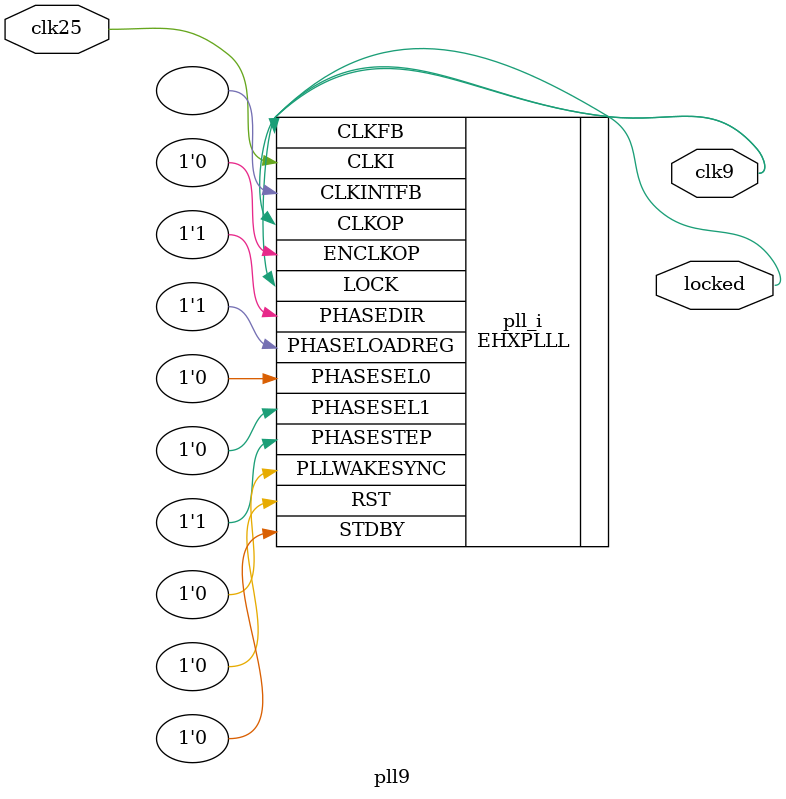
<source format=v>
module pll9
(
    input clk25, // 25 MHz, 0 deg
    output clk9, // 9.375 MHz, 0 deg
    output locked
);
(* FREQUENCY_PIN_CLKI="25" *)
(* FREQUENCY_PIN_CLKOP="9.375" *)
(* ICP_CURRENT="12" *) (* LPF_RESISTOR="8" *) (* MFG_ENABLE_FILTEROPAMP="1" *) (* MFG_GMCREF_SEL="2" *)
EHXPLLL #(
        .PLLRST_ENA("DISABLED"),
        .INTFB_WAKE("DISABLED"),
        .STDBY_ENABLE("DISABLED"),
        .DPHASE_SOURCE("DISABLED"),
        .OUTDIVIDER_MUXA("DIVA"),
        .OUTDIVIDER_MUXB("DIVB"),
        .OUTDIVIDER_MUXC("DIVC"),
        .OUTDIVIDER_MUXD("DIVD"),
        .CLKI_DIV(8),
        .CLKOP_ENABLE("ENABLED"),
        .CLKOP_DIV(64),
        .CLKOP_CPHASE(32),
        .CLKOP_FPHASE(0),
        .FEEDBK_PATH("CLKOP"),
        .CLKFB_DIV(3)
    ) pll_i (
        .RST(1'b0),
        .STDBY(1'b0),
        .CLKI(clk25),
        .CLKOP(clk9),
        .CLKFB(clk9),
        .CLKINTFB(),
        .PHASESEL0(1'b0),
        .PHASESEL1(1'b0),
        .PHASEDIR(1'b1),
        .PHASESTEP(1'b1),
        .PHASELOADREG(1'b1),
        .PLLWAKESYNC(1'b0),
        .ENCLKOP(1'b0),
        .LOCK(locked)
	);
endmodule
</source>
